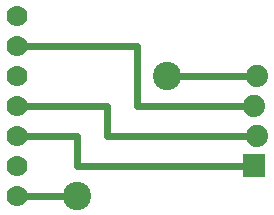
<source format=gbl>
G04 MADE WITH FRITZING*
G04 WWW.FRITZING.ORG*
G04 DOUBLE SIDED*
G04 HOLES PLATED*
G04 CONTOUR ON CENTER OF CONTOUR VECTOR*
%ASAXBY*%
%FSLAX23Y23*%
%MOIN*%
%OFA0B0*%
%SFA1.0B1.0*%
%ADD10C,0.094488*%
%ADD11C,0.074000*%
%ADD12C,0.070000*%
%ADD13C,0.024000*%
%ADD14R,0.001000X0.001000*%
%LNCOPPER0*%
G90*
G70*
G54D10*
X1599Y701D03*
G54D11*
X1889Y401D03*
X1899Y501D03*
X1889Y601D03*
X1899Y701D03*
G54D10*
X1299Y301D03*
G54D12*
X1099Y301D03*
X1099Y401D03*
X1099Y501D03*
X1099Y601D03*
X1099Y701D03*
X1099Y801D03*
X1099Y901D03*
G54D13*
X1272Y301D02*
X1130Y301D01*
D02*
X1299Y501D02*
X1299Y400D01*
D02*
X1299Y400D02*
X1858Y401D01*
D02*
X1130Y501D02*
X1299Y501D01*
D02*
X1400Y600D02*
X1400Y501D01*
D02*
X1400Y501D02*
X1868Y501D01*
D02*
X1130Y600D02*
X1400Y600D01*
D02*
X1499Y801D02*
X1499Y600D01*
D02*
X1499Y600D02*
X1858Y600D01*
D02*
X1130Y801D02*
X1499Y801D01*
D02*
X1626Y701D02*
X1868Y701D01*
G54D14*
X1852Y438D02*
X1925Y438D01*
X1852Y437D02*
X1925Y437D01*
X1852Y436D02*
X1925Y436D01*
X1852Y435D02*
X1925Y435D01*
X1852Y434D02*
X1925Y434D01*
X1852Y433D02*
X1925Y433D01*
X1852Y432D02*
X1925Y432D01*
X1852Y431D02*
X1925Y431D01*
X1852Y430D02*
X1925Y430D01*
X1852Y429D02*
X1925Y429D01*
X1852Y428D02*
X1925Y428D01*
X1852Y427D02*
X1925Y427D01*
X1852Y426D02*
X1925Y426D01*
X1852Y425D02*
X1925Y425D01*
X1852Y424D02*
X1925Y424D01*
X1852Y423D02*
X1925Y423D01*
X1852Y422D02*
X1925Y422D01*
X1852Y421D02*
X1883Y421D01*
X1894Y421D02*
X1925Y421D01*
X1852Y420D02*
X1880Y420D01*
X1897Y420D02*
X1925Y420D01*
X1852Y419D02*
X1878Y419D01*
X1899Y419D02*
X1925Y419D01*
X1852Y418D02*
X1876Y418D01*
X1900Y418D02*
X1925Y418D01*
X1852Y417D02*
X1875Y417D01*
X1902Y417D02*
X1925Y417D01*
X1852Y416D02*
X1874Y416D01*
X1903Y416D02*
X1925Y416D01*
X1852Y415D02*
X1873Y415D01*
X1904Y415D02*
X1925Y415D01*
X1852Y414D02*
X1872Y414D01*
X1905Y414D02*
X1925Y414D01*
X1852Y413D02*
X1871Y413D01*
X1905Y413D02*
X1925Y413D01*
X1852Y412D02*
X1871Y412D01*
X1906Y412D02*
X1925Y412D01*
X1852Y411D02*
X1870Y411D01*
X1906Y411D02*
X1925Y411D01*
X1852Y410D02*
X1870Y410D01*
X1907Y410D02*
X1925Y410D01*
X1852Y409D02*
X1869Y409D01*
X1907Y409D02*
X1925Y409D01*
X1852Y408D02*
X1869Y408D01*
X1908Y408D02*
X1925Y408D01*
X1852Y407D02*
X1869Y407D01*
X1908Y407D02*
X1925Y407D01*
X1852Y406D02*
X1868Y406D01*
X1908Y406D02*
X1925Y406D01*
X1852Y405D02*
X1868Y405D01*
X1909Y405D02*
X1925Y405D01*
X1852Y404D02*
X1868Y404D01*
X1909Y404D02*
X1925Y404D01*
X1852Y403D02*
X1868Y403D01*
X1909Y403D02*
X1925Y403D01*
X1852Y402D02*
X1868Y402D01*
X1909Y402D02*
X1925Y402D01*
X1852Y401D02*
X1868Y401D01*
X1909Y401D02*
X1925Y401D01*
X1852Y400D02*
X1868Y400D01*
X1909Y400D02*
X1925Y400D01*
X1852Y399D02*
X1868Y399D01*
X1909Y399D02*
X1925Y399D01*
X1852Y398D02*
X1868Y398D01*
X1908Y398D02*
X1925Y398D01*
X1852Y397D02*
X1869Y397D01*
X1908Y397D02*
X1925Y397D01*
X1852Y396D02*
X1869Y396D01*
X1908Y396D02*
X1925Y396D01*
X1852Y395D02*
X1869Y395D01*
X1908Y395D02*
X1925Y395D01*
X1852Y394D02*
X1869Y394D01*
X1907Y394D02*
X1925Y394D01*
X1852Y393D02*
X1870Y393D01*
X1907Y393D02*
X1925Y393D01*
X1852Y392D02*
X1871Y392D01*
X1906Y392D02*
X1925Y392D01*
X1852Y391D02*
X1871Y391D01*
X1906Y391D02*
X1925Y391D01*
X1852Y390D02*
X1872Y390D01*
X1905Y390D02*
X1925Y390D01*
X1852Y389D02*
X1873Y389D01*
X1904Y389D02*
X1925Y389D01*
X1852Y388D02*
X1873Y388D01*
X1903Y388D02*
X1925Y388D01*
X1852Y387D02*
X1875Y387D01*
X1902Y387D02*
X1925Y387D01*
X1852Y386D02*
X1876Y386D01*
X1901Y386D02*
X1925Y386D01*
X1852Y385D02*
X1877Y385D01*
X1900Y385D02*
X1925Y385D01*
X1852Y384D02*
X1879Y384D01*
X1898Y384D02*
X1925Y384D01*
X1852Y383D02*
X1881Y383D01*
X1895Y383D02*
X1925Y383D01*
X1852Y382D02*
X1886Y382D01*
X1891Y382D02*
X1925Y382D01*
X1852Y381D02*
X1925Y381D01*
X1852Y380D02*
X1925Y380D01*
X1852Y379D02*
X1925Y379D01*
X1852Y378D02*
X1925Y378D01*
X1852Y377D02*
X1925Y377D01*
X1852Y376D02*
X1925Y376D01*
X1852Y375D02*
X1925Y375D01*
X1852Y374D02*
X1925Y374D01*
X1852Y373D02*
X1925Y373D01*
X1852Y372D02*
X1925Y372D01*
X1852Y371D02*
X1925Y371D01*
X1852Y370D02*
X1925Y370D01*
X1852Y369D02*
X1925Y369D01*
X1852Y368D02*
X1925Y368D01*
X1852Y367D02*
X1925Y367D01*
X1852Y366D02*
X1925Y366D01*
X1852Y365D02*
X1925Y365D01*
D02*
G04 End of Copper0*
M02*
</source>
